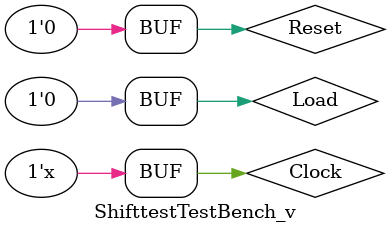
<source format=v>
`timescale		1 ns/1 ps		// Display things in ns, compute them in ps
`define HalfCycle	18.518			// Half of the clock cycle time in nanoseconds
`define Cycle		(`HalfCycle * 2)	// Didn't you learn to multiply?
`define ActiveCycles	65536			// Change this to hold the buttons down for longer!

////////////////////////////////////////////////////////////////////////////////
// Company: 
// Engineer:
//
// Create Date:   05:59:38 10/20/2006
// Design Name:   Shiftest
// Module Name:   U:/Checkpoint2/Checkpoint2/ShifttestTestBench.v
// Project Name:  Checkpoint2
// Target Device:  
// Tool versions:  
// Description: 
//
// Verilog Test Fixture created by ISE for module: Shiftest
//
// Dependencies:
// 
// Revision:
// Revision 0.01 - File Created
// Additional Comments:
// 
////////////////////////////////////////////////////////////////////////////////

module ShifttestTestBench_v;

	// Inputs
	reg Clock;
	reg Reset;
	reg Load;

	// Outputs
	wire [7:0] DOut;
	
	//---------------------------------------------------------------
	//	Clock Source
	//		This section will generate a clock signal,
	//		turning it on and off according the HalfCycle
	//		time, in this case it will generate a 27MHz clock
	//		THIS COULD NEVER BE SYNTHESIZED
	//---------------------------------------------------------------
	initial Clock =		1'b1;		// We need to start at 1'b0, otherwise clock will always be 1'bx
	always #(`HalfCycle) Clock =	~Clock;	// Every half clock cycle, invert the clock
	//---------------------------------------------------------------

	// Instantiate the Unit Under Test (UUT)
	Shiftest uut (
		.Clock(Clock), 
		.Reset(Reset), 
		.Load(Load), 
		.DOut(DOut)
	);

	initial begin
		// Initialize Inputs

		Reset = 1'b1;
		Load = 1'b0;
		
		#(`Cycle*10);
		Reset = 1'b0;
		#(`Cycle);
		Load = 1'b1;
		#(`Cycle);
		Load = 1'b0;
		#(`Cycle*10);
        
		// Add stimulus here

	end
      
endmodule


</source>
